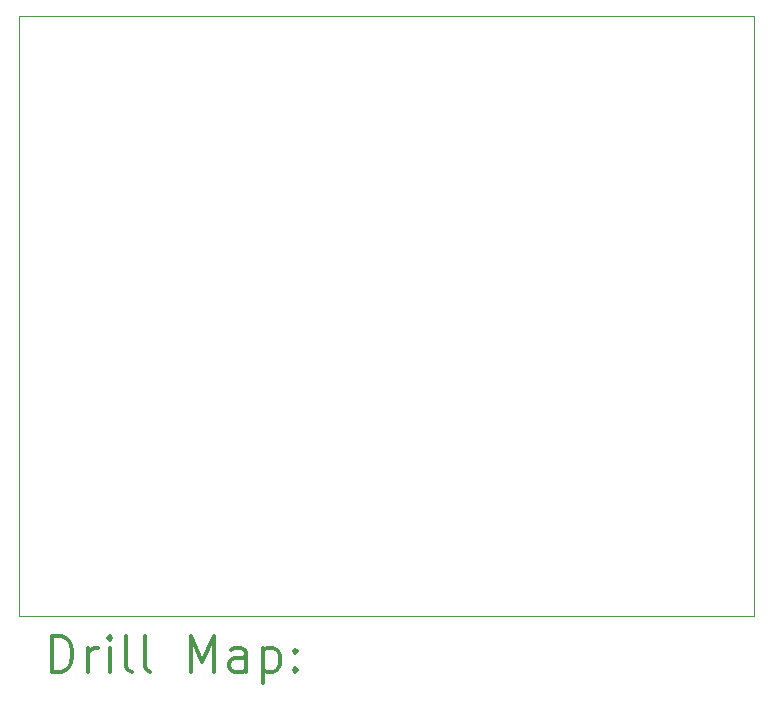
<source format=gbr>
%FSLAX45Y45*%
G04 Gerber Fmt 4.5, Leading zero omitted, Abs format (unit mm)*
G04 Created by KiCad (PCBNEW (5.1.9-0-10_14)) date 2021-05-14 14:17:34*
%MOMM*%
%LPD*%
G01*
G04 APERTURE LIST*
%TA.AperFunction,Profile*%
%ADD10C,0.050000*%
%TD*%
%ADD11C,0.200000*%
%ADD12C,0.300000*%
G04 APERTURE END LIST*
D10*
X5334000Y-8382000D02*
X5334000Y-3302000D01*
X11557000Y-8382000D02*
X5334000Y-8382000D01*
X11557000Y-3302000D02*
X11557000Y-8382000D01*
X5334000Y-3302000D02*
X11557000Y-3302000D01*
D11*
D12*
X5617928Y-8850214D02*
X5617928Y-8550214D01*
X5689357Y-8550214D01*
X5732214Y-8564500D01*
X5760786Y-8593072D01*
X5775071Y-8621643D01*
X5789357Y-8678786D01*
X5789357Y-8721643D01*
X5775071Y-8778786D01*
X5760786Y-8807357D01*
X5732214Y-8835929D01*
X5689357Y-8850214D01*
X5617928Y-8850214D01*
X5917928Y-8850214D02*
X5917928Y-8650214D01*
X5917928Y-8707357D02*
X5932214Y-8678786D01*
X5946500Y-8664500D01*
X5975071Y-8650214D01*
X6003643Y-8650214D01*
X6103643Y-8850214D02*
X6103643Y-8650214D01*
X6103643Y-8550214D02*
X6089357Y-8564500D01*
X6103643Y-8578786D01*
X6117928Y-8564500D01*
X6103643Y-8550214D01*
X6103643Y-8578786D01*
X6289357Y-8850214D02*
X6260786Y-8835929D01*
X6246500Y-8807357D01*
X6246500Y-8550214D01*
X6446500Y-8850214D02*
X6417928Y-8835929D01*
X6403643Y-8807357D01*
X6403643Y-8550214D01*
X6789357Y-8850214D02*
X6789357Y-8550214D01*
X6889357Y-8764500D01*
X6989357Y-8550214D01*
X6989357Y-8850214D01*
X7260786Y-8850214D02*
X7260786Y-8693072D01*
X7246500Y-8664500D01*
X7217928Y-8650214D01*
X7160786Y-8650214D01*
X7132214Y-8664500D01*
X7260786Y-8835929D02*
X7232214Y-8850214D01*
X7160786Y-8850214D01*
X7132214Y-8835929D01*
X7117928Y-8807357D01*
X7117928Y-8778786D01*
X7132214Y-8750214D01*
X7160786Y-8735929D01*
X7232214Y-8735929D01*
X7260786Y-8721643D01*
X7403643Y-8650214D02*
X7403643Y-8950214D01*
X7403643Y-8664500D02*
X7432214Y-8650214D01*
X7489357Y-8650214D01*
X7517928Y-8664500D01*
X7532214Y-8678786D01*
X7546500Y-8707357D01*
X7546500Y-8793072D01*
X7532214Y-8821643D01*
X7517928Y-8835929D01*
X7489357Y-8850214D01*
X7432214Y-8850214D01*
X7403643Y-8835929D01*
X7675071Y-8821643D02*
X7689357Y-8835929D01*
X7675071Y-8850214D01*
X7660786Y-8835929D01*
X7675071Y-8821643D01*
X7675071Y-8850214D01*
X7675071Y-8664500D02*
X7689357Y-8678786D01*
X7675071Y-8693072D01*
X7660786Y-8678786D01*
X7675071Y-8664500D01*
X7675071Y-8693072D01*
M02*

</source>
